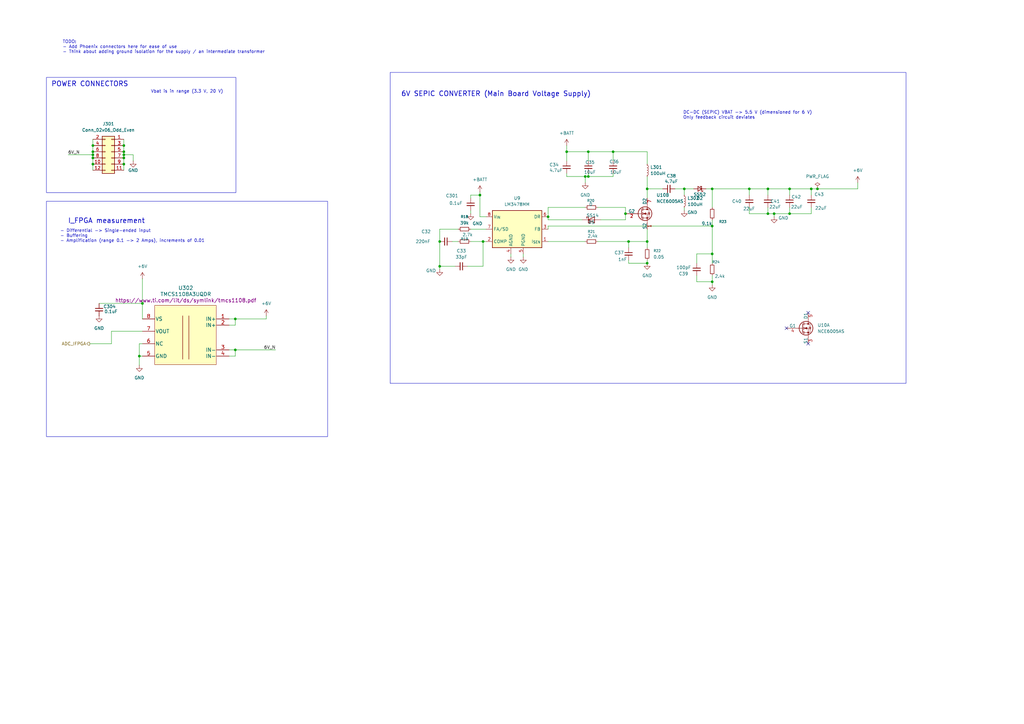
<source format=kicad_sch>
(kicad_sch (version 20250114) (generator "eeschema") (generator_version "9.0")
  (paper "A3")
  (lib_symbols
    (symbol "Connector_Generic:Conn_02x06_Odd_Even" (pin_names (offset 1.016) (hide yes))
      (property "Reference" "J" (at 1.27 7.62 0))
      (property "Value" "Conn_02x06_Odd_Even" (at 1.27 -10.16 0))
      (symbol "Conn_02x06_Odd_Even_1_1"
        (rectangle (start -1.27 6.35) (end 3.81 -8.89) (stroke (width 0.254)) (fill (type background)))
        (rectangle (start -1.27 5.207) (end 0 4.953) (stroke (width 0.1524)))
        (rectangle (start -1.27 2.667) (end 0 2.413) (stroke (width 0.1524)))
        (rectangle (start -1.27 0.127) (end 0 -0.127) (stroke (width 0.1524)))
        (rectangle (start -1.27 -2.413) (end 0 -2.667) (stroke (width 0.1524)))
        (rectangle (start -1.27 -4.953) (end 0 -5.207) (stroke (width 0.1524)))
        (rectangle (start -1.27 -7.493) (end 0 -7.747) (stroke (width 0.1524)))
        (rectangle (start 3.81 5.207) (end 2.54 4.953) (stroke (width 0.1524)))
        (rectangle (start 3.81 2.667) (end 2.54 2.413) (stroke (width 0.1524)))
        (rectangle (start 3.81 0.127) (end 2.54 -0.127) (stroke (width 0.1524)))
        (rectangle (start 3.81 -2.413) (end 2.54 -2.667) (stroke (width 0.1524)))
        (rectangle (start 3.81 -4.953) (end 2.54 -5.207) (stroke (width 0.1524)))
        (rectangle (start 3.81 -7.493) (end 2.54 -7.747) (stroke (width 0.1524)))
        (pin passive line (at -5.08 5.08 0) (length 3.81) (name "Pin_1") (number "1"))
        (pin passive line (at -5.08 2.54 0) (length 3.81) (name "Pin_3") (number "3"))
        (pin passive line (at -5.08 0 0) (length 3.81) (name "Pin_5") (number "5"))
        (pin passive line (at -5.08 -2.54 0) (length 3.81) (name "Pin_7") (number "7"))
        (pin passive line (at -5.08 -5.08 0) (length 3.81) (name "Pin_9") (number "9"))
        (pin passive line (at -5.08 -7.62 0) (length 3.81) (name "Pin_11") (number "11"))
        (pin passive line (at 7.62 5.08 180) (length 3.81) (name "Pin_2") (number "2"))
        (pin passive line (at 7.62 2.54 180) (length 3.81) (name "Pin_4") (number "4"))
        (pin passive line (at 7.62 0 180) (length 3.81) (name "Pin_6") (number "6"))
        (pin passive line (at 7.62 -2.54 180) (length 3.81) (name "Pin_8") (number "8"))
        (pin passive line (at 7.62 -5.08 180) (length 3.81) (name "Pin_10") (number "10"))
        (pin passive line (at 7.62 -7.62 180) (length 3.81) (name "Pin_12") (number "12"))
      )
    )
    (symbol "Device:C_Small" (pin_numbers (hide yes)) (pin_names (offset 0.254) (hide yes))
      (property "Reference" "C" (at 0.254 1.778 0))
      (property "Value" "C_Small" (at 0.254 -2.032 0))
      (symbol "C_Small_0_1"
        (polyline (pts (xy -1.524 0.508) (xy 1.524 0.508)) (stroke (width 0.3048)))
        (polyline (pts (xy -1.524 -0.508) (xy 1.524 -0.508)) (stroke (width 0.3302)))
      )
      (symbol "C_Small_1_1"
        (pin passive line (at 0 2.54 270) (length 2.032) (name "~") (number "1"))
        (pin passive line (at 0 -2.54 90) (length 2.032) (name "~") (number "2"))
      )
    )
    (symbol "Device:D_Schottky_Small" (pin_numbers (hide yes)) (pin_names (offset 0.254) (hide yes))
      (property "Reference" "D" (at -1.27 2.032 0))
      (property "Value" "D_Schottky_Small" (at -7.112 -2.032 0))
      (symbol "D_Schottky_Small_0_1"
        (polyline (pts (xy -1.27 0.762) (xy -1.27 1.016) (xy -0.762 1.016) (xy -0.762 -1.016) (xy -0.254 -1.016) (xy -0.254 -0.762)) (stroke (width 0.254)))
        (polyline (pts (xy -0.762 0) (xy 0.762 0)))
        (polyline (pts (xy 0.762 -1.016) (xy -0.762 0) (xy 0.762 1.016) (xy 0.762 -1.016)) (stroke (width 0.254)))
      )
      (symbol "D_Schottky_Small_1_1"
        (pin passive line (at -2.54 0 0) (length 1.778) (name "K") (number "1"))
        (pin passive line (at 2.54 0 180) (length 1.778) (name "A") (number "2"))
      )
    )
    (symbol "Device:L_Small" (pin_numbers (hide yes)) (pin_names (offset 0.254) (hide yes))
      (property "Reference" "L" (at 0.762 1.016 0))
      (property "Value" "L_Small" (at 0.762 -1.016 0))
      (symbol "L_Small_0_1"
        (arc (start 0 2.032) (mid 0.5058 1.524) (end 0 1.016))
        (arc (start 0 1.016) (mid 0.5058 0.508) (end 0 0))
        (arc (start 0 0) (mid 0.5058 -0.508) (end 0 -1.016))
        (arc (start 0 -1.016) (mid 0.5058 -1.524) (end 0 -2.032))
      )
      (symbol "L_Small_1_1"
        (pin passive line (at 0 2.54 270) (length 0.508) (name "~") (number "1"))
        (pin passive line (at 0 -2.54 90) (length 0.508) (name "~") (number "2"))
      )
    )
    (symbol "Device:R_Small" (pin_numbers (hide yes)) (pin_names (offset 0.254) (hide yes))
      (property "Reference" "R" (at 0 0 90))
      (property "Value" "R_Small" (at 1.778 0 90))
      (symbol "R_Small_0_1"
        (rectangle (start -0.762 1.778) (end 0.762 -1.778) (stroke (width 0.2032)))
      )
      (symbol "R_Small_1_1"
        (pin passive line (at 0 2.54 270) (length 0.762) (name "~") (number "1"))
        (pin passive line (at 0 -2.54 90) (length 0.762) (name "~") (number "2"))
      )
    )
    (symbol "Diode:SS14" (pin_numbers (hide yes)) (pin_names (offset 1.016) (hide yes))
      (property "Reference" "D" (at 0 2.54 0))
      (property "Value" "SS14" (at 0 -2.54 0))
      (symbol "SS14_0_1"
        (polyline (pts (xy -1.905 0.635) (xy -1.905 1.27) (xy -1.27 1.27) (xy -1.27 -1.27) (xy -0.635 -1.27) (xy -0.635 -0.635)) (stroke (width 0.254)))
        (polyline (pts (xy 1.27 1.27) (xy 1.27 -1.27) (xy -1.27 0) (xy 1.27 1.27)) (stroke (width 0.254)))
        (polyline (pts (xy 1.27 0) (xy -1.27 0)))
      )
      (symbol "SS14_1_1"
        (pin passive line (at -3.81 0 0) (length 2.54) (name "K") (number "1"))
        (pin passive line (at 3.81 0 180) (length 2.54) (name "A") (number "2"))
      )
    )
    (symbol "Regulator_Controller:LM3478MM"
      (property "Reference" "U" (at -9.525 8.89 0))
      (property "Value" "LM3478MM" (at 5.08 8.89 0))
      (symbol "LM3478MM_0_1"
        (rectangle (start -10.16 7.62) (end 10.16 -7.62) (stroke (width 0.254)) (fill (type background)))
      )
      (symbol "LM3478MM_1_1"
        (pin power_in line (at -12.7 5.08 0) (length 2.54) (name "V_{IN}") (number "8"))
        (pin input line (at -12.7 0 0) (length 2.54) (name "FA/SD") (number "7"))
        (pin input line (at -12.7 -5.08 0) (length 2.54) (name "COMP") (number "2"))
        (pin power_in line (at -2.54 -10.16 90) (length 2.54) (name "AGND") (number "4"))
        (pin power_in line (at 2.54 -10.16 90) (length 2.54) (name "PGND") (number "5"))
        (pin output line (at 12.7 5.08 180) (length 2.54) (name "DR") (number "6"))
        (pin input line (at 12.7 0 180) (length 2.54) (name "FB") (number "3"))
        (pin input line (at 12.7 -5.08 180) (length 2.54) (name "I_{SEN}") (number "1"))
      )
    )
    (symbol "custom_mosfet:NCE6005AS" (pin_names (offset 0))
      (property "Reference" "U" (at 3.81 0 0))
      (property "Value" "NCE6005AS" (at 7.62 -2.54 0))
      (symbol "NCE6005AS_1_1"
        (polyline (pts (xy -3.81 0) (xy -2.286 0)))
        (polyline (pts (xy -2.286 1.905) (xy -2.286 -1.905) (xy -2.286 -1.905)) (stroke (width 0.254)))
        (polyline (pts (xy -1.778 2.286) (xy -1.778 1.27)) (stroke (width 0.254)))
        (polyline (pts (xy -1.778 1.778) (xy 0 1.778)))
        (polyline (pts (xy -1.778 0.508) (xy -1.778 -0.508)) (stroke (width 0.254)))
        (polyline (pts (xy -1.778 0) (xy 0 0)))
        (polyline (pts (xy -1.778 -1.27) (xy -1.778 -2.286)) (stroke (width 0.254)))
        (polyline (pts (xy -1.778 -1.778) (xy 0 -1.778)))
        (polyline (pts (xy -1.524 0) (xy -0.508 0.381) (xy -0.508 -0.381) (xy -1.524 0)) (fill (type outline)))
        (circle (center -0.889 0) (radius 2.8194) (stroke (width 0.254)))
        (polyline (pts (xy 0 3.81) (xy 0 1.778)))
        (circle (center 0 1.778) (radius 0.2794) (fill (type outline)))
        (polyline (pts (xy 0 -1.778) (xy 0 0)))
        (polyline (pts (xy 0 -1.778) (xy 0 -3.81)))
        (polyline (pts (xy 0 -1.778) (xy 0.762 -1.778) (xy 0.762 1.778) (xy 0 1.778)))
        (circle (center 0 -1.778) (radius 0.2794) (fill (type outline)))
        (polyline (pts (xy 0.254 0.508) (xy 0.381 0.381) (xy 1.143 0.381) (xy 1.27 0.254)))
        (polyline (pts (xy 0.762 0.381) (xy 0.381 -0.254) (xy 1.143 -0.254) (xy 0.762 0.381)))
        (pin input line (at -8.89 0 0) (length 5.08) (name "G1") (number "4"))
        (pin passive line (at 0 6.35 270) (length 2.54) (name "D1") (number "5"))
        (pin passive line (at 0 6.35 270) (length 2.54) (hide yes) (name "D1") (number "6"))
        (pin passive line (at 0 -6.35 90) (length 2.54) (name "S1") (number "3"))
      )
      (symbol "NCE6005AS_2_1"
        (polyline (pts (xy -3.81 0) (xy -2.286 0)))
        (polyline (pts (xy -2.286 1.905) (xy -2.286 -1.905) (xy -2.286 -1.905)) (stroke (width 0.254)))
        (polyline (pts (xy -1.778 2.286) (xy -1.778 1.27)) (stroke (width 0.254)))
        (polyline (pts (xy -1.778 1.778) (xy 0 1.778)))
        (polyline (pts (xy -1.778 0.508) (xy -1.778 -0.508)) (stroke (width 0.254)))
        (polyline (pts (xy -1.778 0) (xy 0 0)))
        (polyline (pts (xy -1.778 -1.27) (xy -1.778 -2.286)) (stroke (width 0.254)))
        (polyline (pts (xy -1.778 -1.778) (xy 0 -1.778)))
        (polyline (pts (xy -1.524 0) (xy -0.508 0.381) (xy -0.508 -0.381) (xy -1.524 0)) (fill (type outline)))
        (circle (center -0.889 0) (radius 2.8194) (stroke (width 0.254)))
        (polyline (pts (xy 0 3.81) (xy 0 1.778)))
        (circle (center 0 1.778) (radius 0.2794) (fill (type outline)))
        (polyline (pts (xy 0 -1.778) (xy 0 0)))
        (polyline (pts (xy 0 -1.778) (xy 0 -3.81)))
        (polyline (pts (xy 0 -1.778) (xy 0.762 -1.778) (xy 0.762 1.778) (xy 0 1.778)))
        (circle (center 0 -1.778) (radius 0.2794) (fill (type outline)))
        (polyline (pts (xy 0.254 0.508) (xy 0.381 0.381) (xy 1.143 0.381) (xy 1.27 0.254)))
        (polyline (pts (xy 0.762 0.381) (xy 0.381 -0.254) (xy 1.143 -0.254) (xy 0.762 0.381)))
        (pin input line (at -8.89 0 0) (length 5.08) (name "G2") (number "2"))
        (pin passive line (at 0 6.35 270) (length 2.54) (name "D2") (number "7"))
        (pin passive line (at 0 6.35 270) (length 2.54) (hide yes) (name "D2") (number "8"))
        (pin passive line (at 0 -6.35 90) (length 2.54) (name "S2") (number "1"))
      )
    )
    (symbol "iw-power:TMCS1108A3UQDR" (pin_names (offset 0.254))
      (property "Reference" "U" (at 0 2.54 0))
      (property "Value" "TMCS1108A3UQDR" (at -6.35 5.08 0))
      (property "Datasheet" "https://www.ti.com/lit/ds/symlink/tmcs1108.pdf" (at 0 0 0))
      (symbol "TMCS1108A3UQDR_1_1"
        (rectangle (start 5.334 5.588) (end 30.48 -18.796) (fill (type background)))
        (polyline (pts (xy 16.51 1.27) (xy 16.51 -16.51)) (stroke (width 0.2032)))
        (polyline (pts (xy 19.05 1.27) (xy 19.05 -16.51)) (stroke (width 0.2032)))
        (pin passive line (at 0 0 0) (length 5.08) (name "IN+") (number "1"))
        (pin passive line (at 0 -2.54 0) (length 5.08) (name "IN+") (number "2"))
        (pin passive line (at 0 -12.7 0) (length 5.08) (name "IN-") (number "3"))
        (pin passive line (at 0 -15.24 0) (length 5.08) (name "IN-") (number "4"))
        (pin power_in line (at 35.56 0 180) (length 5.08) (name "VS") (number "8"))
        (pin output line (at 35.56 -5.08 180) (length 5.08) (name "VOUT") (number "7"))
        (pin passive line (at 35.56 -10.16 180) (length 5.08) (name "NC") (number "6"))
        (pin power_in line (at 35.56 -15.24 180) (length 5.08) (name "GND") (number "5"))
      )
    )
    (symbol "power:+6V" (power) (pin_numbers (hide yes)) (pin_names (offset 0) (hide yes))
      (property "Value" "+6V" (at 0 3.556 0))
      (symbol "+6V_0_1"
        (polyline (pts (xy -0.762 1.27) (xy 0 2.54)))
        (polyline (pts (xy 0 2.54) (xy 0.762 1.27)))
        (polyline (pts (xy 0 0) (xy 0 2.54)))
      )
      (symbol "+6V_1_1"
        (pin power_in line (at 0 0 90) (length 0) (name "~") (number "1"))
      )
    )
    (symbol "power:+BATT" (power) (pin_numbers (hide yes)) (pin_names (offset 0) (hide yes))
      (property "Value" "+BATT" (at 0 3.556 0))
      (symbol "+BATT_0_1"
        (polyline (pts (xy -0.762 1.27) (xy 0 2.54)))
        (polyline (pts (xy 0 2.54) (xy 0.762 1.27)))
        (polyline (pts (xy 0 0) (xy 0 2.54)))
      )
      (symbol "+BATT_1_1"
        (pin power_in line (at 0 0 90) (length 0) (name "~") (number "1"))
      )
    )
    (symbol "power:GND" (power) (pin_numbers (hide yes)) (pin_names (offset 0) (hide yes))
      (property "Value" "GND" (at 0 -3.81 0))
      (symbol "GND_0_1"
        (polyline (pts (xy 0 0) (xy 0 -1.27) (xy 1.27 -1.27) (xy 0 -2.54) (xy -1.27 -1.27) (xy 0 -1.27)))
      )
      (symbol "GND_1_1"
        (pin power_in line (at 0 0 270) (length 0) (name "~") (number "1"))
      )
    )
    (symbol "power:PWR_FLAG" (power) (pin_numbers (hide yes)) (pin_names (offset 0) (hide yes))
      (property "Value" "PWR_FLAG" (at 0 3.81 0))
      (symbol "PWR_FLAG_0_0"
        (pin power_out line (at 0 0 90) (length 0) (name "~") (number "1"))
      )
      (symbol "PWR_FLAG_0_1"
        (polyline (pts (xy 0 0) (xy 0 1.27) (xy -1.016 1.905) (xy 0 2.54) (xy 1.016 1.905) (xy 0 1.27)))
      )
    )
  )
  (rectangle (start 19.05 31.75) (end 96.774 78.994))
  (rectangle (start 19.05 82.55) (end 134.366 179.07))
  (rectangle (start 160.02 29.718) (end 371.602 157.226))
  (text "POWER CONNECTORS" (at 36.83 34.544 0) (effects (font (size 2 2) (thickness 0.254) (bold yes))))
  (text "I_FPGA measurement" (at 43.688 90.678 0) (effects (font (size 2 2) (thickness 0.254) (bold yes))))
  (text "DC-DC (SEPIC) VBAT -> 5.5 V (dimensioned for 6 V)\nOnly feedback circuit deviates" (at 280.162 47.244 0) (effects (font (size 1.27 1.27)) (justify left)))
  (text "Vbat is in range (3.3 V, 20 V)" (at 76.708 37.592 0) (effects (font (size 1.27 1.27))))
  (text "- Differential -> Single-ended input\n- Buffering\n- Amplification (range 0.1 -> 2 Amps), increments of 0.01" (at 24.638 96.774 0) (effects (font (size 1.27 1.27)) (justify left)))
  (text "6V SEPIC CONVERTER (Main Board Voltage Supply)" (at 203.454 38.608 0) (effects (font (size 2 2) (thickness 0.254) (bold yes))))
  (text "TODO:\n- Add Phoenix connectors here for ease of use\n- Think about adding ground isolation for the supply / an intermediate transformer" (at 25.654 19.304 0) (effects (font (size 1.27 1.27)) (justify left)))
  (junction (at 265.43 107.95))
  (junction (at 240.03 72.39))
  (junction (at 38.1 59.69))
  (junction (at 50.8 59.69))
  (junction (at 96.52 143.51))
  (junction (at 314.96 87.63))
  (junction (at 292.1 92.71))
  (junction (at 314.96 77.47))
  (junction (at 323.85 87.63))
  (junction (at 232.41 62.23))
  (junction (at 50.8 64.77))
  (junction (at 180.34 109.22))
  (junction (at 257.81 99.06))
  (junction (at 38.1 67.31))
  (junction (at 38.1 64.77))
  (junction (at 292.1 115.57))
  (junction (at 198.12 99.06))
  (junction (at 241.3 62.23))
  (junction (at 280.67 77.47))
  (junction (at 50.8 63.5))
  (junction (at 292.1 77.47))
  (junction (at 96.52 130.81))
  (junction (at 57.15 146.05))
  (junction (at 292.1 104.14))
  (junction (at 50.8 67.31))
  (junction (at 38.1 63.5))
  (junction (at 332.74 77.47))
  (junction (at 251.46 62.23))
  (junction (at 196.85 80.01))
  (junction (at 323.85 77.47))
  (junction (at 58.42 124.46))
  (junction (at 256.54 87.63))
  (junction (at 180.34 99.06))
  (junction (at 38.1 62.23))
  (junction (at 265.43 99.06))
  (junction (at 265.43 77.47))
  (junction (at 317.5 87.63))
  (junction (at 307.34 77.47))
  (junction (at 224.79 88.9))
  (junction (at 335.28 77.47))
  (junction (at 241.3 72.39))
  (junction (at 50.8 62.23))
  (no_connect (at 331.47 128.27))
  (no_connect (at 322.58 134.62))
  (no_connect (at 331.47 140.97))
  (wire (pts (xy 96.52 146.05) (xy 96.52 143.51)))
  (wire (pts (xy 180.34 109.22) (xy 186.69 109.22)))
  (wire (pts (xy 292.1 90.17) (xy 292.1 92.71)))
  (wire (pts (xy 265.43 106.68) (xy 265.43 107.95)))
  (wire (pts (xy 292.1 77.47) (xy 292.1 85.09)))
  (wire (pts (xy 307.34 77.47) (xy 314.96 77.47)))
  (wire (pts (xy 265.43 93.98) (xy 265.43 99.06)))
  (wire (pts (xy 307.34 85.09) (xy 307.34 87.63)))
  (wire (pts (xy 292.1 104.14) (xy 292.1 107.95)))
  (wire (pts (xy 196.85 80.01) (xy 196.85 88.9)))
  (wire (pts (xy 109.22 130.81) (xy 96.52 130.81)))
  (wire (pts (xy 96.52 133.35) (xy 96.52 130.81)))
  (wire (pts (xy 280.67 77.47) (xy 280.67 80.01)))
  (wire (pts (xy 265.43 99.06) (xy 265.43 101.6)))
  (wire (pts (xy 251.46 66.04) (xy 251.46 62.23)))
  (wire (pts (xy 193.04 87.63) (xy 193.04 86.36)))
  (wire (pts (xy 285.75 107.95) (xy 285.75 104.14)))
  (wire (pts (xy 93.98 133.35) (xy 96.52 133.35)))
  (wire (pts (xy 224.79 85.09) (xy 224.79 88.9)))
  (wire (pts (xy 332.74 80.01) (xy 332.74 77.47)))
  (wire (pts (xy 292.1 77.47) (xy 307.34 77.47)))
  (wire (pts (xy 265.43 67.31) (xy 265.43 62.23)))
  (wire (pts (xy 238.76 90.17) (xy 224.79 90.17)))
  (wire (pts (xy 38.1 62.23) (xy 38.1 63.5)))
  (wire (pts (xy 246.38 90.17) (xy 256.54 90.17)))
  (wire (pts (xy 193.04 93.98) (xy 199.39 93.98)))
  (wire (pts (xy 280.67 77.47) (xy 284.48 77.47)))
  (wire (pts (xy 280.67 85.09) (xy 280.67 86.36)))
  (wire (pts (xy 265.43 72.39) (xy 265.43 77.47)))
  (wire (pts (xy 36.83 140.97) (xy 45.72 140.97)))
  (wire (pts (xy 256.54 85.09) (xy 245.11 85.09)))
  (wire (pts (xy 58.42 114.3) (xy 58.42 124.46)))
  (wire (pts (xy 224.79 92.71) (xy 292.1 92.71)))
  (wire (pts (xy 240.03 74.93) (xy 240.03 72.39)))
  (wire (pts (xy 50.8 63.5) (xy 50.8 64.77)))
  (wire (pts (xy 257.81 106.68) (xy 257.81 107.95)))
  (wire (pts (xy 257.81 107.95) (xy 265.43 107.95)))
  (wire (pts (xy 40.64 124.46) (xy 58.42 124.46)))
  (wire (pts (xy 96.52 130.81) (xy 93.98 130.81)))
  (wire (pts (xy 193.04 80.01) (xy 196.85 80.01)))
  (wire (pts (xy 251.46 72.39) (xy 251.46 71.12)))
  (wire (pts (xy 96.52 143.51) (xy 113.03 143.51)))
  (wire (pts (xy 50.8 59.69) (xy 50.8 62.23)))
  (wire (pts (xy 307.34 80.01) (xy 307.34 77.47)))
  (wire (pts (xy 50.8 64.77) (xy 50.8 67.31)))
  (wire (pts (xy 314.96 87.63) (xy 317.5 87.63)))
  (wire (pts (xy 257.81 99.06) (xy 265.43 99.06)))
  (wire (pts (xy 289.56 77.47) (xy 292.1 77.47)))
  (wire (pts (xy 198.12 109.22) (xy 191.77 109.22)))
  (wire (pts (xy 241.3 72.39) (xy 241.3 71.12)))
  (wire (pts (xy 50.8 63.5) (xy 54.61 63.5)))
  (wire (pts (xy 224.79 92.71) (xy 224.79 93.98)))
  (wire (pts (xy 38.1 67.31) (xy 38.1 69.85)))
  (wire (pts (xy 314.96 77.47) (xy 314.96 80.01)))
  (wire (pts (xy 214.63 105.41) (xy 214.63 104.14)))
  (wire (pts (xy 232.41 72.39) (xy 232.41 71.12)))
  (wire (pts (xy 285.75 113.03) (xy 285.75 115.57)))
  (wire (pts (xy 265.43 62.23) (xy 251.46 62.23)))
  (wire (pts (xy 196.85 78.74) (xy 196.85 80.01)))
  (wire (pts (xy 241.3 72.39) (xy 251.46 72.39)))
  (wire (pts (xy 45.72 140.97) (xy 45.72 135.89)))
  (wire (pts (xy 292.1 113.03) (xy 292.1 115.57)))
  (wire (pts (xy 27.94 63.5) (xy 38.1 63.5)))
  (wire (pts (xy 317.5 87.63) (xy 323.85 87.63)))
  (wire (pts (xy 265.43 77.47) (xy 271.78 77.47)))
  (wire (pts (xy 180.34 99.06) (xy 180.34 109.22)))
  (wire (pts (xy 323.85 85.09) (xy 323.85 87.63)))
  (wire (pts (xy 185.42 99.06) (xy 187.96 99.06)))
  (wire (pts (xy 232.41 59.69) (xy 232.41 62.23)))
  (wire (pts (xy 45.72 135.89) (xy 58.42 135.89)))
  (wire (pts (xy 224.79 90.17) (xy 224.79 88.9)))
  (wire (pts (xy 332.74 77.47) (xy 323.85 77.47)))
  (wire (pts (xy 314.96 85.09) (xy 314.96 87.63)))
  (wire (pts (xy 292.1 92.71) (xy 292.1 104.14)))
  (wire (pts (xy 193.04 80.01) (xy 193.04 81.28)))
  (wire (pts (xy 109.22 130.81) (xy 109.22 129.54)))
  (wire (pts (xy 180.34 93.98) (xy 187.96 93.98)))
  (wire (pts (xy 240.03 85.09) (xy 224.79 85.09)))
  (wire (pts (xy 292.1 115.57) (xy 292.1 116.84)))
  (wire (pts (xy 57.15 146.05) (xy 58.42 146.05)))
  (wire (pts (xy 241.3 62.23) (xy 251.46 62.23)))
  (wire (pts (xy 276.86 77.47) (xy 280.67 77.47)))
  (wire (pts (xy 198.12 99.06) (xy 198.12 109.22)))
  (wire (pts (xy 50.8 62.23) (xy 50.8 63.5)))
  (wire (pts (xy 50.8 57.15) (xy 50.8 59.69)))
  (wire (pts (xy 180.34 110.49) (xy 180.34 109.22)))
  (wire (pts (xy 209.55 105.41) (xy 209.55 104.14)))
  (wire (pts (xy 193.04 99.06) (xy 198.12 99.06)))
  (wire (pts (xy 232.41 62.23) (xy 241.3 62.23)))
  (wire (pts (xy 323.85 77.47) (xy 323.85 80.01)))
  (wire (pts (xy 332.74 77.47) (xy 335.28 77.47)))
  (wire (pts (xy 199.39 99.06) (xy 198.12 99.06)))
  (wire (pts (xy 332.74 85.09) (xy 332.74 87.63)))
  (wire (pts (xy 307.34 87.63) (xy 314.96 87.63)))
  (wire (pts (xy 57.15 140.97) (xy 57.15 146.05)))
  (wire (pts (xy 93.98 143.51) (xy 96.52 143.51)))
  (wire (pts (xy 54.61 63.5) (xy 54.61 66.04)))
  (wire (pts (xy 232.41 72.39) (xy 240.03 72.39)))
  (wire (pts (xy 38.1 57.15) (xy 38.1 59.69)))
  (wire (pts (xy 256.54 87.63) (xy 256.54 90.17)))
  (wire (pts (xy 257.81 99.06) (xy 257.81 101.6)))
  (wire (pts (xy 180.34 93.98) (xy 180.34 99.06)))
  (wire (pts (xy 196.85 88.9) (xy 199.39 88.9)))
  (wire (pts (xy 50.8 67.31) (xy 50.8 69.85)))
  (wire (pts (xy 285.75 115.57) (xy 292.1 115.57)))
  (wire (pts (xy 332.74 87.63) (xy 323.85 87.63)))
  (wire (pts (xy 241.3 62.23) (xy 241.3 66.04)))
  (wire (pts (xy 38.1 59.69) (xy 38.1 62.23)))
  (wire (pts (xy 57.15 140.97) (xy 58.42 140.97)))
  (wire (pts (xy 245.11 99.06) (xy 257.81 99.06)))
  (wire (pts (xy 351.79 74.93) (xy 351.79 77.47)))
  (wire (pts (xy 265.43 77.47) (xy 265.43 81.28)))
  (wire (pts (xy 240.03 99.06) (xy 224.79 99.06)))
  (wire (pts (xy 232.41 62.23) (xy 232.41 66.04)))
  (wire (pts (xy 93.98 146.05) (xy 96.52 146.05)))
  (wire (pts (xy 240.03 72.39) (xy 241.3 72.39)))
  (wire (pts (xy 57.15 149.86) (xy 57.15 146.05)))
  (wire (pts (xy 317.5 88.9) (xy 317.5 87.63)))
  (wire (pts (xy 58.42 124.46) (xy 58.42 130.81)))
  (wire (pts (xy 256.54 85.09) (xy 256.54 87.63)))
  (wire (pts (xy 314.96 77.47) (xy 323.85 77.47)))
  (wire (pts (xy 38.1 63.5) (xy 38.1 64.77)))
  (wire (pts (xy 38.1 64.77) (xy 38.1 67.31)))
  (wire (pts (xy 285.75 104.14) (xy 292.1 104.14)))
  (wire (pts (xy 335.28 77.47) (xy 351.79 77.47)))
  (label "6V_N" (at 113.03 143.51 180))
  (label "6V_N" (at 27.94 63.5 0))
  (hierarchical_label "ADC_IFPGA" (shape output) (at 36.83 140.97 180))
  (symbol (lib_id "power:+6V") (at 351.79 74.93 0) (unit 1)
    (property "Reference" "#PWR0301" (effects (hide yes)))
    (property "Value" "+6V" (at 351.79 69.85 0))
    (property "Description" "Power symbol creates a global label with name \"+6V\"" (effects (hide yes)))
  )
  (symbol (lib_id "Device:L_Small") (at 280.67 82.55 0) (unit 1)
    (property "Reference" "L302" (at 281.94 81.2799 0) (effects (justify left)))
    (property "Value" "100uH" (at 281.94 83.8199 0) (effects (justify left)))
    (property "Footprint" "iw-inductor:PSPMAA1050H-101M-ANP" (effects (hide yes)))
    (property "Datasheet" "https://jlcpcb.com/api/file/downloadByFileSystemAccessId/8588935627815862272" (effects (hide yes)))
    (property "Description" "+-20%, DCR 0.25, Isat_rms=3A" (effects (hide yes)))
    (property "LPN" "C5273830" (effects (hide yes)))
    (property "MPN" "PSPMAA1050H-101M-ANP " (effects (hide yes)))
  )
  (symbol (lib_id "Device:C_Small") (at 332.74 82.55 0) (unit 1)
    (property "Reference" "C43" (at 334.01 79.756 0) (effects (justify left)))
    (property "Value" "22uF" (at 334.264 85.344 0) (effects (justify left)))
    (property "Footprint" "Capacitor_SMD:C_0805_2012Metric" (effects (hide yes)))
    (property "Datasheet" "https://jlcpcb.com/api/file/downloadByFileSystemAccessId/8579706866429190144" (effects (hide yes)))
    (property "Description" "X5R, 25V" (effects (hide yes)))
    (property "LPN" "C45783" (effects (hide yes)))
    (property "MPN" "CL21A226MAQNNNE" (effects (hide yes)))
  )
  (symbol (lib_id "Diode:SS14") (at 242.57 90.17 0) (unit 1)
    (property "Reference" "D5" (at 242.57 91.186 0))
    (property "Value" "SS14" (at 243.078 88.392 0))
    (property "Footprint" "Diode_SMD:D_SMA" (effects (hide yes)))
    (property "Datasheet" "https://www.vishay.com/docs/88746/ss12.pdf" (effects (hide yes)))
    (property "Description" "40V 1A Schottky Diode, SMA" (effects (hide yes)))
    (property "LPN" "C2480" (effects (hide yes)))
    (property "MPN" "SS14" (effects (hide yes)))
  )
  (symbol (lib_id "power:+6V") (at 109.22 129.54 0) (unit 1)
    (property "Reference" "#PWR0303" (effects (hide yes)))
    (property "Value" "+6V" (at 109.22 124.46 0))
    (property "Description" "Power symbol creates a global label with name \"+6V\"" (effects (hide yes)))
  )
  (symbol (lib_id "Device:D_Schottky_Small") (at 287.02 77.47 180) (unit 1)
    (property "Reference" "D2" (at 287.02 81.28 0))
    (property "Value" "SS52" (at 287.02 79.756 0))
    (property "Footprint" "Diode_SMD:D_SMA-SMB_Universal_Handsoldering" (effects (hide yes)))
    (property "Datasheet" "https://jlcpcb.com/api/file/downloadByFileSystemAccessId/8579707587489042432" (effects (hide yes)))
    (property "Description" "Vf 0.55, If 5A" (effects (hide yes)))
    (property "MPN" "SS54" (effects (hide yes)))
    (property "LPN" "C22452" (effects (hide yes)))
  )
  (symbol (lib_id "Device:C_Small") (at 232.41 68.58 0) (unit 1)
    (property "Reference" "C34" (at 225.298 67.564 0) (effects (justify left)))
    (property "Value" "4.7uF" (at 225.298 69.85 0) (effects (justify left)))
    (property "Footprint" "Capacitor_SMD:C_1206_3216Metric" (effects (hide yes)))
    (property "Datasheet" "https://jlcpcb.com/api/file/downloadByFileSystemAccessId/8579707362602500096" (effects (hide yes)))
    (property "Description" "X7R, 50V" (effects (hide yes)))
    (property "LPN" "C29823" (effects (hide yes)))
    (property "MPN" "1206B475K500NT" (effects (hide yes)))
  )
  (symbol (lib_id "Device:C_Small") (at 323.85 82.55 0) (unit 1)
    (property "Reference" "C42" (at 324.612 80.772 0) (effects (justify left)))
    (property "Value" "22uF" (at 324.358 84.836 0) (effects (justify left)))
    (property "Footprint" "Capacitor_SMD:C_0805_2012Metric" (effects (hide yes)))
    (property "Datasheet" "https://jlcpcb.com/api/file/downloadByFileSystemAccessId/8579706866429190144" (effects (hide yes)))
    (property "Description" "X5R, 25V" (effects (hide yes)))
    (property "LPN" "C45783" (effects (hide yes)))
    (property "MPN" "CL21A226MAQNNNE" (effects (hide yes)))
  )
  (symbol (lib_id "power:+BATT") (at 196.85 78.74 0) (unit 1)
    (property "Reference" "#PWR037" (effects (hide yes)))
    (property "Value" "+BATT" (at 196.85 73.66 0))
    (property "Description" "Power symbol creates a global label with name \"+BATT\"" (effects (hide yes)))
  )
  (symbol (lib_id "Device:C_Small") (at 241.3 68.58 0) (unit 1)
    (property "Reference" "C35" (at 240.03 66.548 0) (effects (justify left)))
    (property "Value" "10uF" (at 239.522 70.612 0) (effects (justify left)))
    (property "Footprint" "Capacitor_SMD:C_0805_2012Metric" (effects (hide yes)))
    (property "Datasheet" "https://jlcpcb.com/api/file/downloadByFileSystemAccessId/8588884955182718976" (effects (hide yes)))
    (property "Description" "X5R, 50V max" (effects (hide yes)))
    (property "LPN" "C440198" (effects (hide yes)))
    (property "MPN" "GRM21BR61H106KE43L" (effects (hide yes)))
  )
  (symbol (lib_id "Device:R_Small") (at 190.5 93.98 90) (unit 1)
    (property "Reference" "R18" (at 190.5 88.9 90) (effects (font (size 1.016 1.016))))
    (property "Value" "39k" (at 190.5 91.44 90))
    (property "Footprint" "Resistor_SMD:R_0603_1608Metric" (effects (hide yes)))
    (property "Datasheet" "https://jlcpcb.com/api/file/downloadByFileSystemAccessId/8579706240219467776" (effects (hide yes)))
    (property "Description" "Resistor, small symbol" (effects (hide yes)))
    (property "MPN" "0603WAF3902T5E" (effects (hide yes)))
    (property "LPN" "C23153" (effects (hide yes)))
  )
  (symbol (lib_id "power:GND") (at 265.43 107.95 0) (unit 1)
    (property "Reference" "#PWR043" (effects (hide yes)))
    (property "Value" "GND" (at 265.43 113.03 0))
    (property "Description" "Power symbol creates a global label with name \"GND\" , ground" (effects (hide yes)))
  )
  (symbol (lib_id "Device:R_Small") (at 292.1 110.49 0) (unit 1)
    (property "Reference" "R24" (at 292.1 107.442 0) (effects (font (size 1.016 1.016)) (justify left)))
    (property "Value" "2.4k" (at 293.116 113.284 0) (effects (justify left)))
    (property "Footprint" "Resistor_SMD:R_0603_1608Metric" (effects (hide yes)))
    (property "Datasheet" "https://jlcpcb.com/api/file/downloadByFileSystemAccessId/8579706169801297920" (effects (hide yes)))
    (property "Description" "+-1%, 0.1W" (effects (hide yes)))
    (property "LPN" "C22940" (effects (hide yes)))
    (property "MPN" "0603WAF2401T5E" (effects (hide yes)))
  )
  (symbol (lib_id "Device:C_Small") (at 314.96 82.55 0) (unit 1)
    (property "Reference" "C41" (at 315.976 82.55 0) (effects (justify left)))
    (property "Value" "22uF" (at 315.468 84.836 0) (effects (justify left)))
    (property "Footprint" "Capacitor_SMD:C_0805_2012Metric" (effects (hide yes)))
    (property "Datasheet" "https://jlcpcb.com/api/file/downloadByFileSystemAccessId/8579706866429190144" (effects (hide yes)))
    (property "Description" "X5R, 25V" (effects (hide yes)))
    (property "LPN" "C45783" (effects (hide yes)))
    (property "MPN" "CL21A226MAQNNNE" (effects (hide yes)))
  )
  (symbol (lib_id "Device:C_Small") (at 257.81 104.14 0) (unit 1)
    (property "Reference" "C37" (at 251.968 103.632 0) (effects (justify left)))
    (property "Value" "1nF" (at 253.492 106.426 0) (effects (justify left)))
    (property "Footprint" "Capacitor_SMD:C_0402_1005Metric" (effects (hide yes)))
    (property "Datasheet" "https://jlcpcb.com/api/file/downloadByFileSystemAccessId/8579707280333258752" (effects (hide yes)))
    (property "Description" "Unpolarized capacitor, small symbol" (effects (hide yes)))
    (property "LPN" "C1523" (effects (hide yes)))
    (property "MPN" "0402B102K500NT" (effects (hide yes)))
  )
  (symbol (lib_id "Device:R_Small") (at 190.5 99.06 90) (unit 1)
    (property "Reference" "R19" (at 190.5 98.044 90) (effects (font (size 1.016 1.016))))
    (property "Value" "2.7k" (at 191.77 96.266 90))
    (property "Footprint" "Resistor_SMD:R_0603_1608Metric" (effects (hide yes)))
    (property "Datasheet" "+-1%" (effects (hide yes)))
    (property "Description" "Resistor, small symbol" (effects (hide yes)))
    (property "LPN" "C13167" (effects (hide yes)))
    (property "MPN" "0603WAF2701T5E" (effects (hide yes)))
  )
  (symbol (lib_id "power:GND") (at 193.04 87.63 0) (unit 1)
    (property "Reference" "#PWR0302" (effects (hide yes)))
    (property "Value" "GND" (at 195.834 91.694 0))
    (property "Description" "Power symbol creates a global label with name \"GND\" , ground" (effects (hide yes)))
  )
  (symbol (lib_id "Device:R_Small") (at 265.43 104.14 0) (unit 1)
    (property "Reference" "R22" (at 267.97 102.8699 0) (effects (font (size 1.016 1.016)) (justify left)))
    (property "Value" "0.05" (at 267.97 105.4099 0) (effects (justify left)))
    (property "Footprint" "Resistor_SMD:R_1206_3216Metric_Pad1.30x1.75mm_HandSolder" (effects (hide yes)))
    (property "Datasheet" "https://jlcpcb.com/api/file/downloadByFileSystemAccessId/8586177481287585792" (effects (hide yes)))
    (property "Description" "+-1%, 333mW" (effects (hide yes)))
    (property "MPN" "1206W3F500MT5E" (effects (hide yes)))
    (property "LPN" "C127691" (effects (hide yes)))
  )
  (symbol (lib_id "power:GND") (at 292.1 116.84 0) (unit 1)
    (property "Reference" "#PWR045" (effects (hide yes)))
    (property "Value" "GND" (at 292.1 121.92 0))
    (property "Description" "Power symbol creates a global label with name \"GND\" , ground" (effects (hide yes)))
  )
  (symbol (lib_id "Device:C_Small") (at 189.23 109.22 270) (unit 1)
    (property "Reference" "C33" (at 189.2236 102.87 90))
    (property "Value" "33pF" (at 189.2236 105.41 90))
    (property "Footprint" "Capacitor_SMD:C_0603_1608Metric" (effects (hide yes)))
    (property "Datasheet" "https://jlcpcb.com/api/file/downloadByFileSystemAccessId/8579707052086001664" (effects (hide yes)))
    (property "Description" "Cc2" (effects (hide yes)))
    (property "LPN" "C1663" (effects (hide yes)))
    (property "MPN" "CL10C330JB8NNNC" (effects (hide yes)))
  )
  (symbol (lib_id "power:GND") (at 57.15 149.86 0) (unit 1)
    (property "Reference" "#PWR0307" (effects (hide yes)))
    (property "Value" "GND" (at 57.15 154.94 0))
    (property "Description" "Power symbol creates a global label with name \"GND\" , ground" (effects (hide yes)))
  )
  (symbol (lib_id "power:GND") (at 180.34 110.49 0) (unit 1)
    (property "Reference" "#PWR031" (effects (hide yes)))
    (property "Value" "GND" (at 176.784 110.998 0))
    (property "Description" "Power symbol creates a global label with name \"GND\" , ground" (effects (hide yes)))
  )
  (symbol (lib_id "Device:C_Small") (at 285.75 110.49 0) (unit 1)
    (property "Reference" "C39" (at 278.384 112.268 0) (effects (justify left)))
    (property "Value" "100pF" (at 277.368 109.728 0) (effects (justify left)))
    (property "Footprint" "Capacitor_SMD:C_0402_1005Metric" (effects (hide yes)))
    (property "Datasheet" "https://jlcpcb.com/api/file/downloadByFileSystemAccessId/8579707280333258752" (effects (hide yes)))
    (property "Description" "Unpolarized capacitor, small symbol" (effects (hide yes)))
    (property "LPN" "C1546" (effects (hide yes)))
    (property "MPN" "0402CG101J500NT" (effects (hide yes)))
  )
  (symbol (lib_id "power:PWR_FLAG") (at 335.28 77.47 0) (unit 1)
    (property "Reference" "#FLG0302" (effects (hide yes)))
    (property "Value" "PWR_FLAG" (at 335.28 72.39 0))
    (property "Description" "Special symbol for telling ERC where power comes from" (effects (hide yes)))
  )
  (symbol (lib_id "power:GND") (at 214.63 105.41 0) (unit 1)
    (property "Reference" "#PWR040" (effects (hide yes)))
    (property "Value" "GND" (at 214.63 110.49 0))
    (property "Description" "Power symbol creates a global label with name \"GND\" , ground" (effects (hide yes)))
  )
  (symbol (lib_id "Device:R_Small") (at 242.57 85.09 90) (unit 1)
    (property "Reference" "R20" (at 242.316 82.296 90) (effects (font (size 1.016 1.016))))
    (property "Value" "0" (at 242.316 83.82 90))
    (property "Footprint" "Resistor_SMD:R_0603_1608Metric_Pad0.98x0.95mm_HandSolder" (effects (hide yes)))
    (property "Datasheet" "https://jlcpcb.com/api/file/downloadByFileSystemAccessId/8588882001185148928" (effects (hide yes)))
    (property "Description" "100mW, change to damping resistor" (effects (hide yes)))
    (property "LPN" "C15402" (effects (hide yes)))
    (property "MPN" "0603WAJ0000T5E" (effects (hide yes)))
  )
  (symbol (lib_id "custom_mosfet:NCE6005AS") (at 265.43 87.63 0) (unit 2)
    (property "Reference" "U10" (at 269.24 80.0099 0) (effects (justify left)))
    (property "Value" "NCE6005AS" (at 269.24 82.5499 0) (effects (justify left)))
    (property "Footprint" "Package_SO:SOP-8-1EP_4.57x4.57mm_P1.27mm_EP4.57x4.45mm_ThermalVias" (effects (hide yes)))
    (property "Datasheet" "https://jlcpcb.com/api/file/downloadByFileSystemAccessId/8588881119395647488" (effects (hide yes)))
    (property "Description" "Dual N-channel Power MOSFET." (effects (hide yes)))
    (property "MPN" "NCE6005AS" (effects (hide yes)))
    (property "LPN" "C126151" (effects (hide yes)))
  )
  (symbol (lib_id "Device:C_Small") (at 182.88 99.06 270) (unit 1)
    (property "Reference" "C32" (at 174.752 94.996 90))
    (property "Value" "220nF" (at 173.482 99.06 90))
    (property "Footprint" "Capacitor_SMD:C_0603_1608Metric" (effects (hide yes)))
    (property "Datasheet" "https://jlcpcb.com/api/file/downloadByFileSystemAccessId/8579707116065640448" (effects (hide yes)))
    (property "Description" "Unpolarized capacitor, small symbol" (effects (hide yes)))
  )
  (symbol (lib_id "Device:L_Small") (at 265.43 69.85 0) (unit 1)
    (property "Reference" "L301" (at 266.7 68.5799 0) (effects (justify left)))
    (property "Value" "100uH" (at 266.7 71.1199 0) (effects (justify left)))
    (property "Footprint" "iw-inductor:PSPMAA1050H-101M-ANP" (effects (hide yes)))
    (property "Datasheet" "https://jlcpcb.com/api/file/downloadByFileSystemAccessId/8588935627815862272" (effects (hide yes)))
    (property "Description" "+-20%, DCR 0.25, Isat_rms=3A" (effects (hide yes)))
    (property "LPN" "C5273830" (effects (hide yes)))
    (property "MPN" "PSPMAA1050H-101M-ANP " (effects (hide yes)))
  )
  (symbol (lib_id "power:GND") (at 317.5 88.9 0) (unit 1)
    (property "Reference" "#PWR046" (effects (hide yes)))
    (property "Value" "GND" (at 321.31 89.408 0))
    (property "Description" "Power symbol creates a global label with name \"GND\" , ground" (effects (hide yes)))
  )
  (symbol (lib_id "Regulator_Controller:LM3478MM") (at 212.09 93.98 0) (unit 1)
    (property "Reference" "U9" (at 212.09 81.28 0))
    (property "Value" "LM3478MM" (at 212.09 83.82 0))
    (property "Footprint" "Package_SO:VSSOP-8_3x3mm_P0.65mm" (effects (hide yes)))
    (property "Datasheet" "https://www.ti.com/lit/gpn/lm3478" (effects (hide yes)))
    (property "Description" "2.97~40V Wide Input Range Boost/SEPIC/Flyback DC-DC Controller, VSSOP-8" (effects (hide yes)))
    (property "LPN" "C404045" (effects (hide yes)))
    (property "MPN" "LM3478MMX/NOPB " (effects (hide yes)))
  )
  (symbol (lib_id "power:GND") (at 40.64 129.54 0) (unit 1)
    (property "Reference" "#PWR0308" (effects (hide yes)))
    (property "Value" "GND" (at 40.64 134.62 0))
    (property "Description" "Power symbol creates a global label with name \"GND\" , ground" (effects (hide yes)))
  )
  (symbol (lib_id "custom_mosfet:NCE6005AS") (at 331.47 134.62 0) (unit 1)
    (property "Reference" "U10" (at 335.28 133.3499 0) (effects (justify left)))
    (property "Value" "NCE6005AS" (at 335.28 135.8899 0) (effects (justify left)))
    (property "Footprint" "Package_SO:SOP-8-1EP_4.57x4.57mm_P1.27mm_EP4.57x4.45mm_ThermalVias" (effects (hide yes)))
    (property "Datasheet" "https://jlcpcb.com/api/file/downloadByFileSystemAccessId/8588881119395647488" (effects (hide yes)))
    (property "Description" "Dual N-channel Power MOSFET." (effects (hide yes)))
    (property "MPN" "NCE6005AS" (effects (hide yes)))
    (property "LPN" "C126151" (effects (hide yes)))
  )
  (symbol (lib_id "Device:C_Small") (at 274.32 77.47 90) (unit 1)
    (property "Reference" "C38" (at 275.336 72.136 90))
    (property "Value" "4.7uF" (at 275.336 74.422 90))
    (property "Footprint" "Capacitor_SMD:C_1206_3216Metric" (effects (hide yes)))
    (property "Datasheet" "https://jlcpcb.com/api/file/downloadByFileSystemAccessId/8579707362602500096" (effects (hide yes)))
    (property "Description" "X7R, 50V" (effects (hide yes)))
    (property "LPN" "C29823" (effects (hide yes)))
    (property "MPN" "1206B475K500NT" (effects (hide yes)))
  )
  (symbol (lib_id "power:GND") (at 209.55 105.41 0) (unit 1)
    (property "Reference" "#PWR039" (effects (hide yes)))
    (property "Value" "GND" (at 209.55 110.49 0))
    (property "Description" "Power symbol creates a global label with name \"GND\" , ground" (effects (hide yes)))
  )
  (symbol (lib_id "power:GND") (at 280.67 86.36 0) (unit 1)
    (property "Reference" "#PWR044" (effects (hide yes)))
    (property "Value" "GND" (at 283.972 87.122 0))
    (property "Description" "Power symbol creates a global label with name \"GND\" , ground" (effects (hide yes)))
  )
  (symbol (lib_id "Device:C_Small") (at 251.46 68.58 0) (unit 1)
    (property "Reference" "C36" (at 249.936 66.294 0) (effects (justify left)))
    (property "Value" "10uF" (at 250.19 70.612 0) (effects (justify left)))
    (property "Footprint" "Capacitor_SMD:C_0805_2012Metric" (effects (hide yes)))
    (property "Datasheet" "https://jlcpcb.com/api/file/downloadByFileSystemAccessId/8588884955182718976" (effects (hide yes)))
    (property "Description" "X5R, 50V max" (effects (hide yes)))
    (property "LPN" "C440198" (effects (hide yes)))
    (property "MPN" "GRM21BR61H106KE43L" (effects (hide yes)))
  )
  (symbol (lib_id "power:GND") (at 240.03 74.93 0) (unit 1)
    (property "Reference" "#PWR042" (effects (hide yes)))
    (property "Value" "GND" (at 240.03 80.01 0))
    (property "Description" "Power symbol creates a global label with name \"GND\" , ground" (effects (hide yes)))
  )
  (symbol (lib_id "Connector_Generic:Conn_02x06_Odd_Even") (at 45.72 62.23 0) (mirror y) (unit 1)
    (property "Reference" "J301" (at 44.45 50.8 0))
    (property "Value" "Conn_02x06_Odd_Even" (at 44.45 53.34 0))
    (property "Footprint" "Connector_PinHeader_2.54mm:PinHeader_2x06_P2.54mm_Vertical" (effects (hide yes)))
    (property "Datasheet" "https://jlcpcb.com/api/file/downloadByFileSystemAccessId/8588892461644566528" (effects (hide yes)))
    (property "Description" "Generic connector, double row, 02x06, odd/even pin numbering scheme (row 1 odd numbers, row 2 even numbers), script generated (kicad-library-utils/schlib/autogen/connector/)" (effects (hide yes)))
    (property "LPN" "C124388" (effects (hide yes)))
    (property "MPN" "B-2100S12P-B110 " (effects (hide yes)))
  )
  (symbol (lib_id "iw-power:TMCS1108A3UQDR") (at 93.98 130.81 0) (mirror y) (unit 1)
    (property "Reference" "U302" (at 76.2 118.11 0) (effects (font (size 1.524 1.524))))
    (property "Value" "TMCS1108A3UQDR" (at 76.2 120.65 0) (effects (font (size 1.524 1.524))))
    (property "Footprint" "iw-power:TMCS1108A3UQDR" (effects (hide yes)))
    (property "Datasheet" "https://www.ti.com/lit/ds/symlink/tmcs1108.pdf" (at 76.2 123.19 0) (effects (font (size 1.524 1.524))))
    (property "Description" "200 mV/A, 7.5 A max hal sensor (Zout ~= 0)" (effects (hide yes)))
    (property "LPN" "C3684263" (effects (hide yes)))
    (property "MPN" "TMCS1108A3UQDR" (effects (hide yes)))
  )
  (symbol (lib_id "Device:R_Small") (at 242.57 99.06 90) (unit 1)
    (property "Reference" "R21" (at 242.57 94.996 90) (effects (font (size 1.016 1.016))))
    (property "Value" "2.4k" (at 243.078 96.774 90))
    (property "Footprint" "Resistor_SMD:R_0805_2012Metric_Pad1.20x1.40mm_HandSolder" (effects (hide yes)))
    (property "Datasheet" "https://jlcpcb.com/api/file/downloadByFileSystemAccessId/8579706511444410368" (effects (hide yes)))
    (property "Description" "Rsl" (effects (hide yes)))
    (property "MPN" "0805W8F2401T5E" (effects (hide yes)))
    (property "LPN" "C17526" (effects (hide yes)))
  )
  (symbol (lib_id "power:GND") (at 54.61 66.04 0) (unit 1)
    (property "Reference" "#PWR022" (effects (hide yes)))
    (property "Value" "GND" (at 54.61 69.85 0))
    (property "Description" "Power symbol creates a global label with name \"GND\" , ground" (effects (hide yes)))
  )
  (symbol (lib_id "power:+6V") (at 58.42 114.3 0) (unit 1)
    (property "Reference" "#PWR0304" (effects (hide yes)))
    (property "Value" "+6V" (at 58.42 109.22 0))
    (property "Description" "Power symbol creates a global label with name \"+6V\"" (effects (hide yes)))
  )
  (symbol (lib_id "Device:C_Small") (at 307.34 82.55 0) (unit 1)
    (property "Reference" "C40" (at 300.228 82.55 0) (effects (justify left)))
    (property "Value" "22uF" (at 304.8 85.598 0) (effects (justify left)))
    (property "Footprint" "Capacitor_SMD:C_0805_2012Metric" (effects (hide yes)))
    (property "Datasheet" "https://jlcpcb.com/api/file/downloadByFileSystemAccessId/8579706866429190144" (effects (hide yes)))
    (property "Description" "X5R, 25V" (effects (hide yes)))
    (property "LPN" "C45783" (effects (hide yes)))
    (property "MPN" "CL21A226MAQNNNE" (effects (hide yes)))
  )
  (symbol (lib_id "Device:C_Small") (at 193.04 83.82 0) (mirror y) (unit 1)
    (property "Reference" "C301" (at 187.96 80.264 0) (effects (justify left)))
    (property "Value" "0.1uF" (at 189.738 83.312 0) (effects (justify left)))
    (property "Footprint" "Capacitor_SMD:C_0402_1005Metric" (effects (hide yes)))
    (property "Datasheet" "https://jlcpcb.com/api/file/downloadByFileSystemAccessId/8603345729432014848" (effects (hide yes)))
    (property "Description" "Unpolarized capacitor, small symbol" (effects (hide yes)))
    (property "LPN" "C307331" (effects (hide yes)))
    (property "MPN" "CL05B104KB54PNC" (effects (hide yes)))
  )
  (symbol (lib_id "power:+BATT") (at 232.41 59.69 0) (unit 1)
    (property "Reference" "#PWR041" (effects (hide yes)))
    (property "Value" "+BATT" (at 232.41 54.61 0))
    (property "Description" "Power symbol creates a global label with name \"+BATT\"" (effects (hide yes)))
  )
  (symbol (lib_id "Device:C_Small") (at 40.64 127 0) (mirror y) (unit 1)
    (property "Reference" "C304" (at 47.498 125.73 0) (effects (justify left)))
    (property "Value" "0.1uF" (at 48.26 127.762 0) (effects (justify left)))
    (property "Footprint" "Capacitor_SMD:C_0402_1005Metric" (effects (hide yes)))
    (property "Datasheet" "https://jlcpcb.com/api/file/downloadByFileSystemAccessId/8603345729432014848" (effects (hide yes)))
    (property "Description" "Unpolarized capacitor, small symbol" (effects (hide yes)))
    (property "LPN" "C307331" (effects (hide yes)))
    (property "MPN" "CL05B104KB54PNC" (effects (hide yes)))
  )
  (symbol (lib_id "Device:R_Small") (at 292.1 87.63 0) (unit 1)
    (property "Reference" "R23" (at 294.894 90.932 0) (effects (font (size 1.016 1.016)) (justify left)))
    (property "Value" "9.1k" (at 287.782 91.694 0) (effects (justify left)))
    (property "Footprint" "Resistor_SMD:R_0603_1608Metric" (effects (hide yes)))
    (property "Datasheet" "https://jlcpcb.com/api/file/downloadByFileSystemAccessId/8579706325305118720" (effects (hide yes)))
    (property "Description" "+1%, 0.1W" (effects (hide yes)))
    (property "LPN" "C23260" (effects (hide yes)))
    (property "MPN" "0603WAF9101T5E" (effects (hide yes)))
  )
)
</source>
